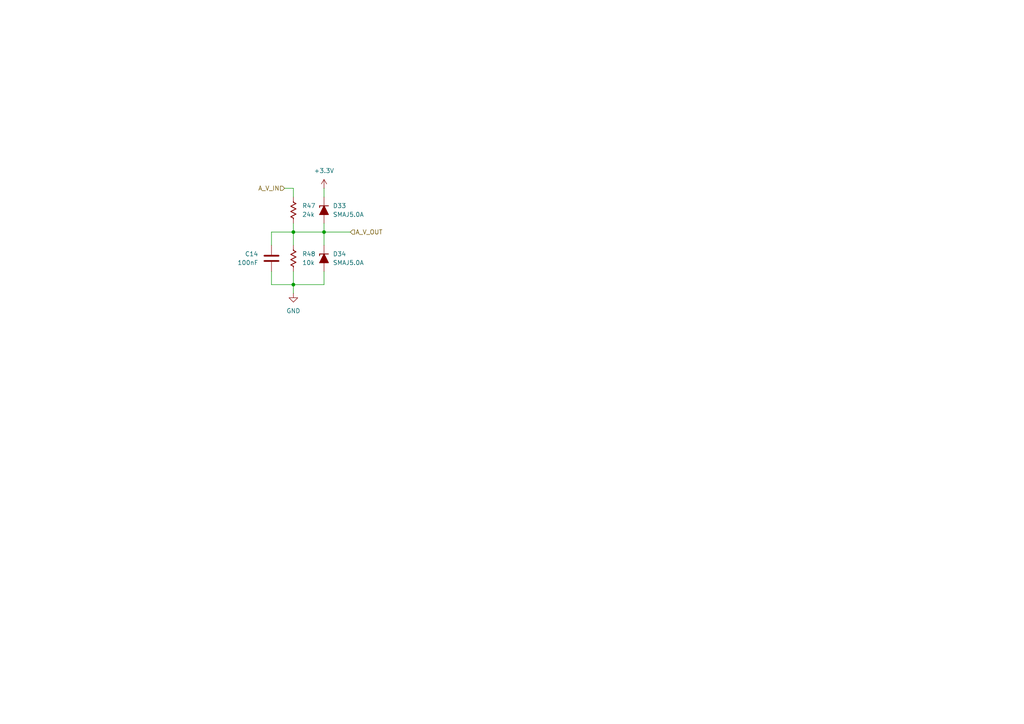
<source format=kicad_sch>
(kicad_sch (version 20250114) (generator "eeschema") (generator_version "9.0")
  (paper "A4")
  (lib_symbols
    (symbol "EasyEDA:+3.3V" (power) (pin_numbers (hide yes)) (pin_names (offset 0) (hide yes))
      (property "Value" "+3.3V" (at 0 3.556 0))
      (symbol "+3.3V_0_1"
        (polyline (pts (xy -0.762 1.27) (xy 0 2.54)))
        (polyline (pts (xy 0 2.54) (xy 0.762 1.27)))
        (polyline (pts (xy 0 0) (xy 0 2.54)))
      )
      (symbol "+3.3V_1_1"
        (pin power_in line (at 0 0 90) (length 0) (name "~") (number "1"))
      )
    )
    (symbol "EasyEDA:C_0603" (pin_numbers (hide yes)) (pin_names (offset 0.254))
      (property "Reference" "C" (at 0.635 2.54 0))
      (property "Value" "C_0603" (at 0.635 -2.54 0))
      (symbol "C_0603_0_1"
        (polyline (pts (xy -2.032 0.762) (xy 2.032 0.762)) (stroke (width 0.508)))
        (polyline (pts (xy -2.032 -0.762) (xy 2.032 -0.762)) (stroke (width 0.508)))
      )
      (symbol "C_0603_0_2"
        (polyline (pts (xy -2.54 -2.54) (xy -0.381 -0.381)))
        (polyline (pts (xy -0.508 -0.508) (xy -1.651 0.635)) (stroke (width 0.508)))
        (polyline (pts (xy -0.508 -0.508) (xy 0.635 -1.651)) (stroke (width 0.508)))
        (polyline (pts (xy 0.381 0.381) (xy 2.54 2.54)))
        (polyline (pts (xy 0.508 0.508) (xy -0.635 1.651)) (stroke (width 0.508)))
        (polyline (pts (xy 0.508 0.508) (xy 1.651 -0.635)) (stroke (width 0.508)))
      )
      (symbol "C_0603_1_1"
        (pin passive line (at 0 3.81 270) (length 2.794) (name "~") (number "1"))
        (pin passive line (at 0 -3.81 90) (length 2.794) (name "~") (number "2"))
      )
      (symbol "C_0603_1_2"
        (pin passive line (at -2.54 -2.54 90) (length 0) (name "~") (number "2"))
        (pin passive line (at 2.54 2.54 270) (length 0) (name "~") (number "1"))
      )
    )
    (symbol "EasyEDA:GND" (power) (pin_numbers (hide yes)) (pin_names (offset 0) (hide yes))
      (property "Value" "GND" (at 0 -3.81 0))
      (symbol "GND_0_1"
        (polyline (pts (xy 0 0) (xy 0 -1.27) (xy 1.27 -1.27) (xy 0 -2.54) (xy -1.27 -1.27) (xy 0 -1.27)))
      )
      (symbol "GND_1_1"
        (pin power_in line (at 0 0 270) (length 0) (name "~") (number "1"))
      )
    )
    (symbol "EasyEDA:R_0603" (pin_numbers (hide yes)) (pin_names (offset 0))
      (property "Reference" "R" (at 2.54 1.27 0))
      (property "Value" "R_0603" (at 2.54 -1.27 0))
      (symbol "R_0603_0_1"
        (polyline (pts (xy 0 2.286) (xy 0 2.54)) (stroke (width 0.254)))
        (polyline (pts (xy 0 2.286) (xy 0.762 1.905) (xy -0.762 1.143) (xy 0 0.762) (xy 0.762 0.381) (xy 0 0) (xy -0.762 -0.381) (xy 0 -0.762) (xy 0.762 -1.143) (xy 0 -1.524) (xy -0.762 -1.905) (xy 0 -2.286)) (stroke (width 0.254)))
        (polyline (pts (xy 0 -2.286) (xy 0 -2.54)) (stroke (width 0.254)))
      )
      (symbol "R_0603_0_2"
        (polyline (pts (xy -2.54 -2.54) (xy -1.778 -1.778)))
        (polyline (pts (xy -1.778 -1.778) (xy -1.524 -1.524)) (stroke (width 0.254)))
        (polyline (pts (xy -1.524 -1.524) (xy -1.778 -0.762) (xy -1.016 -1.016)) (stroke (width 0.254)))
        (polyline (pts (xy -0.508 -0.508) (xy -0.762 0.254) (xy 0 0)) (stroke (width 0.254)))
        (polyline (pts (xy -0.508 -0.508) (xy -0.254 -1.27) (xy -1.016 -1.016)) (stroke (width 0.254)))
        (polyline (pts (xy 0.508 0.508) (xy 0.254 1.27) (xy 1.016 1.016)) (stroke (width 0.254)))
        (polyline (pts (xy 0.508 0.508) (xy 0.762 -0.254) (xy 0 0)) (stroke (width 0.254)))
        (polyline (pts (xy 1.524 1.524) (xy 1.778 0.762) (xy 1.016 1.016)) (stroke (width 0.254)))
        (polyline (pts (xy 1.778 1.778) (xy 1.524 1.524)) (stroke (width 0.254)))
        (polyline (pts (xy 1.778 1.778) (xy 2.54 2.54)))
      )
      (symbol "R_0603_1_1"
        (pin passive line (at 0 3.81 270) (length 1.27) (name "~") (number "1"))
        (pin passive line (at 0 -3.81 90) (length 1.27) (name "~") (number "2"))
      )
      (symbol "R_0603_1_2"
        (pin passive line (at -2.54 -2.54 0) (length 0) (name "") (number "2"))
        (pin passive line (at 2.54 2.54 180) (length 0) (name "") (number "1"))
      )
    )
    (symbol "EasyEDA:SMAJ5.0A" (pin_numbers (hide yes)) (pin_names (offset 1.016) (hide yes))
      (property "Reference" "D" (at 0 5.08 0))
      (property "Value" "SMAJ5.0A" (at 0 2.54 0))
      (symbol "SMAJ5.0A_0_1"
        (polyline (pts (xy -1.27 1.27) (xy -1.27 -1.27) (xy 1.27 0) (xy -1.27 1.27)) (stroke (width 0.254)) (fill (type outline)))
        (polyline (pts (xy -1.27 0) (xy 1.27 0)))
        (polyline (pts (xy 1.27 1.27) (xy 0.762 1.27)) (stroke (width 0.254)))
        (polyline (pts (xy 1.27 -1.27) (xy 1.27 1.27)) (stroke (width 0.254)))
      )
      (symbol "SMAJ5.0A_0_2"
        (polyline (pts (xy -2.54 -2.54) (xy 2.54 2.54)))
        (polyline (pts (xy -0.889 -0.889) (xy -1.778 0) (xy 0.889 0.889) (xy 0 -1.778) (xy -0.889 -0.889)) (stroke (width 0.254)) (fill (type outline)))
        (polyline (pts (xy 0 1.778) (xy -0.381 1.397)) (stroke (width 0.254)))
        (polyline (pts (xy 0 1.778) (xy 1.778 0)) (stroke (width 0.254)))
      )
      (symbol "SMAJ5.0A_1_1"
        (pin passive line (at -3.81 0 0) (length 2.54) (name "A") (number "2"))
        (pin passive line (at 3.81 0 180) (length 2.54) (name "K") (number "1"))
      )
      (symbol "SMAJ5.0A_1_2"
        (pin passive line (at -2.54 -2.54 0) (length 0) (name "A") (number "2"))
        (pin passive line (at 2.54 2.54 180) (length 0) (name "K") (number "1"))
      )
    )
  )
  (junction (at 93.98 67.31))
  (junction (at 85.09 82.55))
  (junction (at 85.09 67.31))
  (wire (pts (xy 93.98 54.61) (xy 93.98 57.15)))
  (wire (pts (xy 93.98 64.77) (xy 93.98 67.31)))
  (wire (pts (xy 85.09 64.77) (xy 85.09 67.31)))
  (wire (pts (xy 82.55 54.61) (xy 85.09 54.61)))
  (wire (pts (xy 78.74 82.55) (xy 85.09 82.55)))
  (wire (pts (xy 78.74 71.12) (xy 78.74 67.31)))
  (wire (pts (xy 93.98 67.31) (xy 101.6 67.31)))
  (wire (pts (xy 78.74 67.31) (xy 85.09 67.31)))
  (wire (pts (xy 85.09 67.31) (xy 85.09 71.12)))
  (wire (pts (xy 93.98 78.74) (xy 93.98 82.55)))
  (wire (pts (xy 85.09 78.74) (xy 85.09 82.55)))
  (wire (pts (xy 93.98 67.31) (xy 93.98 71.12)))
  (wire (pts (xy 85.09 82.55) (xy 93.98 82.55)))
  (wire (pts (xy 78.74 78.74) (xy 78.74 82.55)))
  (wire (pts (xy 85.09 54.61) (xy 85.09 57.15)))
  (wire (pts (xy 85.09 67.31) (xy 93.98 67.31)))
  (wire (pts (xy 85.09 82.55) (xy 85.09 85.09)))
  (hierarchical_label "A_V_OUT" (shape input) (at 101.6 67.31 0))
  (hierarchical_label "A_V_IN" (shape input) (at 82.55 54.61 180))
  (symbol (lib_id "EasyEDA:GND") (at 85.09 85.09 0) (unit 1)
    (property "Reference" "#PWR072" (effects (hide yes)))
    (property "Value" "GND" (at 85.09 90.17 0))
    (property "Description" "Power symbol creates a global label with name \"GND\" , ground" (effects (hide yes)))
  )
  (symbol (lib_id "EasyEDA:SMAJ5.0A") (at 93.98 60.96 90) (unit 1)
    (property "Reference" "D33" (at 96.52 59.6899 90) (effects (justify right)))
    (property "Value" "SMAJ5.0A" (at 96.52 62.2299 90) (effects (justify right)))
    (property "Footprint" "PCM_Diode_SMD_AKL:D_SMA" (effects (hide yes)))
    (property "Datasheet" "https://www.tme.eu/Document/dbc72d81c249fe51b6ab42300e8e06d0/SMAJ_ser.pdf" (effects (hide yes)))
    (property "Description" "SMA Unidirectional TVS diode, 5V, 400W, Alternate KiCAD Library" (effects (hide yes)))
  )
  (symbol (lib_id "EasyEDA:+3.3V") (at 93.98 54.61 0) (unit 1)
    (property "Reference" "#PWR073" (effects (hide yes)))
    (property "Value" "+3.3V" (at 93.98 49.53 0))
    (property "Description" "Power symbol creates a global label with name \"+3.3V\"" (effects (hide yes)))
  )
  (symbol (lib_id "EasyEDA:SMAJ5.0A") (at 93.98 74.93 90) (unit 1)
    (property "Reference" "D34" (at 96.52 73.6599 90) (effects (justify right)))
    (property "Value" "SMAJ5.0A" (at 96.52 76.1999 90) (effects (justify right)))
    (property "Footprint" "PCM_Diode_SMD_AKL:D_SMA" (effects (hide yes)))
    (property "Datasheet" "https://www.tme.eu/Document/dbc72d81c249fe51b6ab42300e8e06d0/SMAJ_ser.pdf" (effects (hide yes)))
    (property "Description" "SMA Unidirectional TVS diode, 5V, 400W, Alternate KiCAD Library" (effects (hide yes)))
  )
  (symbol (lib_id "EasyEDA:R_0603") (at 85.09 74.93 180) (unit 1)
    (property "Reference" "R48" (at 87.63 73.6599 0) (effects (justify right)))
    (property "Value" "10k" (at 87.63 76.1999 0) (effects (justify right)))
    (property "Footprint" "PCM_Resistor_SMD_AKL:R_0603_1608Metric" (effects (hide yes)))
    (property "Description" "SMD 0603 Chip Resistor, US Symbol, Alternate KiCad Library" (effects (hide yes)))
  )
  (symbol (lib_id "EasyEDA:R_0603") (at 85.09 60.96 180) (unit 1)
    (property "Reference" "R47" (at 87.63 59.6899 0) (effects (justify right)))
    (property "Value" "24k" (at 87.63 62.2299 0) (effects (justify right)))
    (property "Footprint" "PCM_Resistor_SMD_AKL:R_0603_1608Metric" (effects (hide yes)))
    (property "Description" "SMD 0603 Chip Resistor, US Symbol, Alternate KiCad Library" (effects (hide yes)))
  )
  (symbol (lib_id "EasyEDA:C_0603") (at 78.74 74.93 0) (mirror y) (unit 1)
    (property "Reference" "C14" (at 74.93 73.6599 0) (effects (justify left)))
    (property "Value" "100nF" (at 74.93 76.1999 0) (effects (justify left)))
    (property "Footprint" "PCM_Capacitor_SMD_AKL:C_0603_1608Metric" (effects (hide yes)))
    (property "Description" "SMD 0603 MLCC capacitor, Alternate KiCad Library" (effects (hide yes)))
    (property "Voltage" "10V" (effects (hide yes)))
  )
)
</source>
